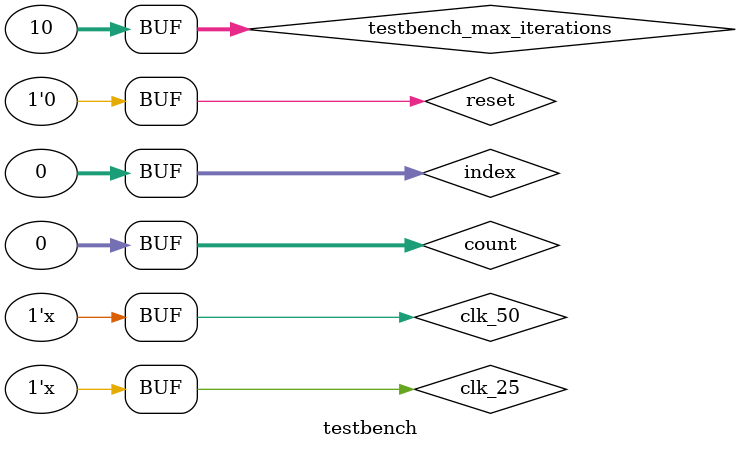
<source format=sv>
`timescale 1ns/1ns

module testbench();
	
	reg clk_50, clk_25, reset;
	
	reg [31:0] index;

    wire [31:0] testbench_max_iterations = 32'd10;
    wire [31:0] testbench_iterations;
    wire testbench_done;
	reg [31:0] count, count_in;
	

	//Initialize clocks and index
	initial begin
		clk_50 = 1'b0;
		clk_25 = 1'b0;
		index  = 32'd0;
		count = 32'd0;
		//testbench_out = 15'd0 ;
	end
	
	//Toggle the clocks
	always begin
		#10
		clk_50  = !clk_50;
	end
	
	always begin
		#20
		clk_25  = !clk_25;
	end

	`define NULL 0  
	
	//Intialize and drive signals
	initial begin
		reset  = 1'b0;
		#10 
		reset  = 1'b1;
		#30
		reset  = 1'b0;
		
    end
	
	//Instantiation of Device Under Test
	// hook up the sine wave generators
single_column DUT   (.clk(clk_50), 
				.rst(reset)
				);
endmodule

</source>
